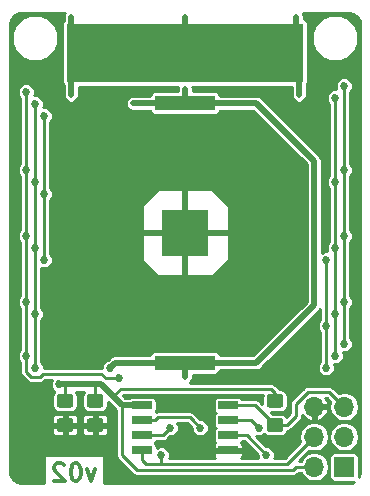
<source format=gbl>
G04 #@! TF.GenerationSoftware,KiCad,Pcbnew,(5.0.2)-1*
G04 #@! TF.CreationDate,2019-03-01T12:21:37-06:00*
G04 #@! TF.ProjectId,matrix_badge,6d617472-6978-45f6-9261-6467652e6b69,rev?*
G04 #@! TF.SameCoordinates,Original*
G04 #@! TF.FileFunction,Copper,L2,Bot*
G04 #@! TF.FilePolarity,Positive*
%FSLAX46Y46*%
G04 Gerber Fmt 4.6, Leading zero omitted, Abs format (unit mm)*
G04 Created by KiCad (PCBNEW (5.0.2)-1) date 3/1/2019 12:21:37 PM*
%MOMM*%
%LPD*%
G01*
G04 APERTURE LIST*
G04 #@! TA.AperFunction,NonConductor*
%ADD10C,0.300000*%
G04 #@! TD*
G04 #@! TA.AperFunction,ComponentPad*
%ADD11R,1.700000X1.700000*%
G04 #@! TD*
G04 #@! TA.AperFunction,ComponentPad*
%ADD12O,1.700000X1.700000*%
G04 #@! TD*
G04 #@! TA.AperFunction,SMDPad,CuDef*
%ADD13R,3.960000X3.960000*%
G04 #@! TD*
G04 #@! TA.AperFunction,SMDPad,CuDef*
%ADD14R,5.080000X1.270000*%
G04 #@! TD*
G04 #@! TA.AperFunction,Conductor*
%ADD15C,0.100000*%
G04 #@! TD*
G04 #@! TA.AperFunction,SMDPad,CuDef*
%ADD16C,1.150000*%
G04 #@! TD*
G04 #@! TA.AperFunction,SMDPad,CuDef*
%ADD17R,1.700000X0.650000*%
G04 #@! TD*
G04 #@! TA.AperFunction,SMDPad,CuDef*
%ADD18R,20.000000X5.000000*%
G04 #@! TD*
G04 #@! TA.AperFunction,ViaPad*
%ADD19C,0.685800*%
G04 #@! TD*
G04 #@! TA.AperFunction,Conductor*
%ADD20C,0.508000*%
G04 #@! TD*
G04 #@! TA.AperFunction,Conductor*
%ADD21C,0.254000*%
G04 #@! TD*
G04 APERTURE END LIST*
D10*
X134627714Y-115248571D02*
X134270571Y-116248571D01*
X133913428Y-115248571D01*
X133056285Y-114748571D02*
X132913428Y-114748571D01*
X132770571Y-114820000D01*
X132699142Y-114891428D01*
X132627714Y-115034285D01*
X132556285Y-115320000D01*
X132556285Y-115677142D01*
X132627714Y-115962857D01*
X132699142Y-116105714D01*
X132770571Y-116177142D01*
X132913428Y-116248571D01*
X133056285Y-116248571D01*
X133199142Y-116177142D01*
X133270571Y-116105714D01*
X133342000Y-115962857D01*
X133413428Y-115677142D01*
X133413428Y-115320000D01*
X133342000Y-115034285D01*
X133270571Y-114891428D01*
X133199142Y-114820000D01*
X133056285Y-114748571D01*
X131984857Y-114891428D02*
X131913428Y-114820000D01*
X131770571Y-114748571D01*
X131413428Y-114748571D01*
X131270571Y-114820000D01*
X131199142Y-114891428D01*
X131127714Y-115034285D01*
X131127714Y-115177142D01*
X131199142Y-115391428D01*
X132056285Y-116248571D01*
X131127714Y-116248571D01*
D11*
G04 #@! TO.P,J1,1*
G04 #@! TO.N,MISO*
X155702000Y-115062000D03*
D12*
G04 #@! TO.P,J1,2*
G04 #@! TO.N,VDD*
X153162000Y-115062000D03*
G04 #@! TO.P,J1,3*
G04 #@! TO.N,SCK*
X155702000Y-112522000D03*
G04 #@! TO.P,J1,4*
G04 #@! TO.N,MOSI*
X153162000Y-112522000D03*
G04 #@! TO.P,J1,5*
G04 #@! TO.N,~RST*
X155702000Y-109982000D03*
G04 #@! TO.P,J1,6*
G04 #@! TO.N,GND*
X153162000Y-109982000D03*
G04 #@! TD*
D13*
G04 #@! TO.P,BT1,2*
G04 #@! TO.N,GND*
X142240000Y-95250000D03*
D14*
G04 #@! TO.P,BT1,1*
G04 #@! TO.N,Net-(BT1-Pad1)*
X142240000Y-84265000D03*
X142240000Y-106235000D03*
G04 #@! TD*
D15*
G04 #@! TO.N,GND*
G04 #@! TO.C,C1*
G36*
X132554505Y-110941204D02*
X132578773Y-110944804D01*
X132602572Y-110950765D01*
X132625671Y-110959030D01*
X132647850Y-110969520D01*
X132668893Y-110982132D01*
X132688599Y-110996747D01*
X132706777Y-111013223D01*
X132723253Y-111031401D01*
X132737868Y-111051107D01*
X132750480Y-111072150D01*
X132760970Y-111094329D01*
X132769235Y-111117428D01*
X132775196Y-111141227D01*
X132778796Y-111165495D01*
X132780000Y-111189999D01*
X132780000Y-111840001D01*
X132778796Y-111864505D01*
X132775196Y-111888773D01*
X132769235Y-111912572D01*
X132760970Y-111935671D01*
X132750480Y-111957850D01*
X132737868Y-111978893D01*
X132723253Y-111998599D01*
X132706777Y-112016777D01*
X132688599Y-112033253D01*
X132668893Y-112047868D01*
X132647850Y-112060480D01*
X132625671Y-112070970D01*
X132602572Y-112079235D01*
X132578773Y-112085196D01*
X132554505Y-112088796D01*
X132530001Y-112090000D01*
X131629999Y-112090000D01*
X131605495Y-112088796D01*
X131581227Y-112085196D01*
X131557428Y-112079235D01*
X131534329Y-112070970D01*
X131512150Y-112060480D01*
X131491107Y-112047868D01*
X131471401Y-112033253D01*
X131453223Y-112016777D01*
X131436747Y-111998599D01*
X131422132Y-111978893D01*
X131409520Y-111957850D01*
X131399030Y-111935671D01*
X131390765Y-111912572D01*
X131384804Y-111888773D01*
X131381204Y-111864505D01*
X131380000Y-111840001D01*
X131380000Y-111189999D01*
X131381204Y-111165495D01*
X131384804Y-111141227D01*
X131390765Y-111117428D01*
X131399030Y-111094329D01*
X131409520Y-111072150D01*
X131422132Y-111051107D01*
X131436747Y-111031401D01*
X131453223Y-111013223D01*
X131471401Y-110996747D01*
X131491107Y-110982132D01*
X131512150Y-110969520D01*
X131534329Y-110959030D01*
X131557428Y-110950765D01*
X131581227Y-110944804D01*
X131605495Y-110941204D01*
X131629999Y-110940000D01*
X132530001Y-110940000D01*
X132554505Y-110941204D01*
X132554505Y-110941204D01*
G37*
D16*
G04 #@! TD*
G04 #@! TO.P,C1,2*
G04 #@! TO.N,GND*
X132080000Y-111515000D03*
D15*
G04 #@! TO.N,VDD*
G04 #@! TO.C,C1*
G36*
X132554505Y-108891204D02*
X132578773Y-108894804D01*
X132602572Y-108900765D01*
X132625671Y-108909030D01*
X132647850Y-108919520D01*
X132668893Y-108932132D01*
X132688599Y-108946747D01*
X132706777Y-108963223D01*
X132723253Y-108981401D01*
X132737868Y-109001107D01*
X132750480Y-109022150D01*
X132760970Y-109044329D01*
X132769235Y-109067428D01*
X132775196Y-109091227D01*
X132778796Y-109115495D01*
X132780000Y-109139999D01*
X132780000Y-109790001D01*
X132778796Y-109814505D01*
X132775196Y-109838773D01*
X132769235Y-109862572D01*
X132760970Y-109885671D01*
X132750480Y-109907850D01*
X132737868Y-109928893D01*
X132723253Y-109948599D01*
X132706777Y-109966777D01*
X132688599Y-109983253D01*
X132668893Y-109997868D01*
X132647850Y-110010480D01*
X132625671Y-110020970D01*
X132602572Y-110029235D01*
X132578773Y-110035196D01*
X132554505Y-110038796D01*
X132530001Y-110040000D01*
X131629999Y-110040000D01*
X131605495Y-110038796D01*
X131581227Y-110035196D01*
X131557428Y-110029235D01*
X131534329Y-110020970D01*
X131512150Y-110010480D01*
X131491107Y-109997868D01*
X131471401Y-109983253D01*
X131453223Y-109966777D01*
X131436747Y-109948599D01*
X131422132Y-109928893D01*
X131409520Y-109907850D01*
X131399030Y-109885671D01*
X131390765Y-109862572D01*
X131384804Y-109838773D01*
X131381204Y-109814505D01*
X131380000Y-109790001D01*
X131380000Y-109139999D01*
X131381204Y-109115495D01*
X131384804Y-109091227D01*
X131390765Y-109067428D01*
X131399030Y-109044329D01*
X131409520Y-109022150D01*
X131422132Y-109001107D01*
X131436747Y-108981401D01*
X131453223Y-108963223D01*
X131471401Y-108946747D01*
X131491107Y-108932132D01*
X131512150Y-108919520D01*
X131534329Y-108909030D01*
X131557428Y-108900765D01*
X131581227Y-108894804D01*
X131605495Y-108891204D01*
X131629999Y-108890000D01*
X132530001Y-108890000D01*
X132554505Y-108891204D01*
X132554505Y-108891204D01*
G37*
D16*
G04 #@! TD*
G04 #@! TO.P,C1,1*
G04 #@! TO.N,VDD*
X132080000Y-109465000D03*
D15*
G04 #@! TO.N,GND*
G04 #@! TO.C,C2*
G36*
X135094505Y-110941204D02*
X135118773Y-110944804D01*
X135142572Y-110950765D01*
X135165671Y-110959030D01*
X135187850Y-110969520D01*
X135208893Y-110982132D01*
X135228599Y-110996747D01*
X135246777Y-111013223D01*
X135263253Y-111031401D01*
X135277868Y-111051107D01*
X135290480Y-111072150D01*
X135300970Y-111094329D01*
X135309235Y-111117428D01*
X135315196Y-111141227D01*
X135318796Y-111165495D01*
X135320000Y-111189999D01*
X135320000Y-111840001D01*
X135318796Y-111864505D01*
X135315196Y-111888773D01*
X135309235Y-111912572D01*
X135300970Y-111935671D01*
X135290480Y-111957850D01*
X135277868Y-111978893D01*
X135263253Y-111998599D01*
X135246777Y-112016777D01*
X135228599Y-112033253D01*
X135208893Y-112047868D01*
X135187850Y-112060480D01*
X135165671Y-112070970D01*
X135142572Y-112079235D01*
X135118773Y-112085196D01*
X135094505Y-112088796D01*
X135070001Y-112090000D01*
X134169999Y-112090000D01*
X134145495Y-112088796D01*
X134121227Y-112085196D01*
X134097428Y-112079235D01*
X134074329Y-112070970D01*
X134052150Y-112060480D01*
X134031107Y-112047868D01*
X134011401Y-112033253D01*
X133993223Y-112016777D01*
X133976747Y-111998599D01*
X133962132Y-111978893D01*
X133949520Y-111957850D01*
X133939030Y-111935671D01*
X133930765Y-111912572D01*
X133924804Y-111888773D01*
X133921204Y-111864505D01*
X133920000Y-111840001D01*
X133920000Y-111189999D01*
X133921204Y-111165495D01*
X133924804Y-111141227D01*
X133930765Y-111117428D01*
X133939030Y-111094329D01*
X133949520Y-111072150D01*
X133962132Y-111051107D01*
X133976747Y-111031401D01*
X133993223Y-111013223D01*
X134011401Y-110996747D01*
X134031107Y-110982132D01*
X134052150Y-110969520D01*
X134074329Y-110959030D01*
X134097428Y-110950765D01*
X134121227Y-110944804D01*
X134145495Y-110941204D01*
X134169999Y-110940000D01*
X135070001Y-110940000D01*
X135094505Y-110941204D01*
X135094505Y-110941204D01*
G37*
D16*
G04 #@! TD*
G04 #@! TO.P,C2,2*
G04 #@! TO.N,GND*
X134620000Y-111515000D03*
D15*
G04 #@! TO.N,VDD*
G04 #@! TO.C,C2*
G36*
X135094505Y-108891204D02*
X135118773Y-108894804D01*
X135142572Y-108900765D01*
X135165671Y-108909030D01*
X135187850Y-108919520D01*
X135208893Y-108932132D01*
X135228599Y-108946747D01*
X135246777Y-108963223D01*
X135263253Y-108981401D01*
X135277868Y-109001107D01*
X135290480Y-109022150D01*
X135300970Y-109044329D01*
X135309235Y-109067428D01*
X135315196Y-109091227D01*
X135318796Y-109115495D01*
X135320000Y-109139999D01*
X135320000Y-109790001D01*
X135318796Y-109814505D01*
X135315196Y-109838773D01*
X135309235Y-109862572D01*
X135300970Y-109885671D01*
X135290480Y-109907850D01*
X135277868Y-109928893D01*
X135263253Y-109948599D01*
X135246777Y-109966777D01*
X135228599Y-109983253D01*
X135208893Y-109997868D01*
X135187850Y-110010480D01*
X135165671Y-110020970D01*
X135142572Y-110029235D01*
X135118773Y-110035196D01*
X135094505Y-110038796D01*
X135070001Y-110040000D01*
X134169999Y-110040000D01*
X134145495Y-110038796D01*
X134121227Y-110035196D01*
X134097428Y-110029235D01*
X134074329Y-110020970D01*
X134052150Y-110010480D01*
X134031107Y-109997868D01*
X134011401Y-109983253D01*
X133993223Y-109966777D01*
X133976747Y-109948599D01*
X133962132Y-109928893D01*
X133949520Y-109907850D01*
X133939030Y-109885671D01*
X133930765Y-109862572D01*
X133924804Y-109838773D01*
X133921204Y-109814505D01*
X133920000Y-109790001D01*
X133920000Y-109139999D01*
X133921204Y-109115495D01*
X133924804Y-109091227D01*
X133930765Y-109067428D01*
X133939030Y-109044329D01*
X133949520Y-109022150D01*
X133962132Y-109001107D01*
X133976747Y-108981401D01*
X133993223Y-108963223D01*
X134011401Y-108946747D01*
X134031107Y-108932132D01*
X134052150Y-108919520D01*
X134074329Y-108909030D01*
X134097428Y-108900765D01*
X134121227Y-108894804D01*
X134145495Y-108891204D01*
X134169999Y-108890000D01*
X135070001Y-108890000D01*
X135094505Y-108891204D01*
X135094505Y-108891204D01*
G37*
D16*
G04 #@! TD*
G04 #@! TO.P,C2,1*
G04 #@! TO.N,VDD*
X134620000Y-109465000D03*
D15*
G04 #@! TO.N,VDD*
G04 #@! TO.C,R1*
G36*
X150334505Y-108891204D02*
X150358773Y-108894804D01*
X150382572Y-108900765D01*
X150405671Y-108909030D01*
X150427850Y-108919520D01*
X150448893Y-108932132D01*
X150468599Y-108946747D01*
X150486777Y-108963223D01*
X150503253Y-108981401D01*
X150517868Y-109001107D01*
X150530480Y-109022150D01*
X150540970Y-109044329D01*
X150549235Y-109067428D01*
X150555196Y-109091227D01*
X150558796Y-109115495D01*
X150560000Y-109139999D01*
X150560000Y-109790001D01*
X150558796Y-109814505D01*
X150555196Y-109838773D01*
X150549235Y-109862572D01*
X150540970Y-109885671D01*
X150530480Y-109907850D01*
X150517868Y-109928893D01*
X150503253Y-109948599D01*
X150486777Y-109966777D01*
X150468599Y-109983253D01*
X150448893Y-109997868D01*
X150427850Y-110010480D01*
X150405671Y-110020970D01*
X150382572Y-110029235D01*
X150358773Y-110035196D01*
X150334505Y-110038796D01*
X150310001Y-110040000D01*
X149409999Y-110040000D01*
X149385495Y-110038796D01*
X149361227Y-110035196D01*
X149337428Y-110029235D01*
X149314329Y-110020970D01*
X149292150Y-110010480D01*
X149271107Y-109997868D01*
X149251401Y-109983253D01*
X149233223Y-109966777D01*
X149216747Y-109948599D01*
X149202132Y-109928893D01*
X149189520Y-109907850D01*
X149179030Y-109885671D01*
X149170765Y-109862572D01*
X149164804Y-109838773D01*
X149161204Y-109814505D01*
X149160000Y-109790001D01*
X149160000Y-109139999D01*
X149161204Y-109115495D01*
X149164804Y-109091227D01*
X149170765Y-109067428D01*
X149179030Y-109044329D01*
X149189520Y-109022150D01*
X149202132Y-109001107D01*
X149216747Y-108981401D01*
X149233223Y-108963223D01*
X149251401Y-108946747D01*
X149271107Y-108932132D01*
X149292150Y-108919520D01*
X149314329Y-108909030D01*
X149337428Y-108900765D01*
X149361227Y-108894804D01*
X149385495Y-108891204D01*
X149409999Y-108890000D01*
X150310001Y-108890000D01*
X150334505Y-108891204D01*
X150334505Y-108891204D01*
G37*
D16*
G04 #@! TD*
G04 #@! TO.P,R1,1*
G04 #@! TO.N,VDD*
X149860000Y-109465000D03*
D15*
G04 #@! TO.N,~RST*
G04 #@! TO.C,R1*
G36*
X150334505Y-110941204D02*
X150358773Y-110944804D01*
X150382572Y-110950765D01*
X150405671Y-110959030D01*
X150427850Y-110969520D01*
X150448893Y-110982132D01*
X150468599Y-110996747D01*
X150486777Y-111013223D01*
X150503253Y-111031401D01*
X150517868Y-111051107D01*
X150530480Y-111072150D01*
X150540970Y-111094329D01*
X150549235Y-111117428D01*
X150555196Y-111141227D01*
X150558796Y-111165495D01*
X150560000Y-111189999D01*
X150560000Y-111840001D01*
X150558796Y-111864505D01*
X150555196Y-111888773D01*
X150549235Y-111912572D01*
X150540970Y-111935671D01*
X150530480Y-111957850D01*
X150517868Y-111978893D01*
X150503253Y-111998599D01*
X150486777Y-112016777D01*
X150468599Y-112033253D01*
X150448893Y-112047868D01*
X150427850Y-112060480D01*
X150405671Y-112070970D01*
X150382572Y-112079235D01*
X150358773Y-112085196D01*
X150334505Y-112088796D01*
X150310001Y-112090000D01*
X149409999Y-112090000D01*
X149385495Y-112088796D01*
X149361227Y-112085196D01*
X149337428Y-112079235D01*
X149314329Y-112070970D01*
X149292150Y-112060480D01*
X149271107Y-112047868D01*
X149251401Y-112033253D01*
X149233223Y-112016777D01*
X149216747Y-111998599D01*
X149202132Y-111978893D01*
X149189520Y-111957850D01*
X149179030Y-111935671D01*
X149170765Y-111912572D01*
X149164804Y-111888773D01*
X149161204Y-111864505D01*
X149160000Y-111840001D01*
X149160000Y-111189999D01*
X149161204Y-111165495D01*
X149164804Y-111141227D01*
X149170765Y-111117428D01*
X149179030Y-111094329D01*
X149189520Y-111072150D01*
X149202132Y-111051107D01*
X149216747Y-111031401D01*
X149233223Y-111013223D01*
X149251401Y-110996747D01*
X149271107Y-110982132D01*
X149292150Y-110969520D01*
X149314329Y-110959030D01*
X149337428Y-110950765D01*
X149361227Y-110944804D01*
X149385495Y-110941204D01*
X149409999Y-110940000D01*
X150310001Y-110940000D01*
X150334505Y-110941204D01*
X150334505Y-110941204D01*
G37*
D16*
G04 #@! TD*
G04 #@! TO.P,R1,2*
G04 #@! TO.N,~RST*
X149860000Y-111515000D03*
D17*
G04 #@! TO.P,U1,1*
G04 #@! TO.N,~RST*
X145890000Y-109855000D03*
G04 #@! TO.P,U1,2*
G04 #@! TO.N,Net-(R5-Pad2)*
X145890000Y-111125000D03*
G04 #@! TO.P,U1,3*
G04 #@! TO.N,Net-(R6-Pad2)*
X145890000Y-112395000D03*
G04 #@! TO.P,U1,4*
G04 #@! TO.N,GND*
X145890000Y-113665000D03*
G04 #@! TO.P,U1,5*
G04 #@! TO.N,MOSI*
X138590000Y-113665000D03*
G04 #@! TO.P,U1,6*
G04 #@! TO.N,MISO*
X138590000Y-112395000D03*
G04 #@! TO.P,U1,7*
G04 #@! TO.N,SCK*
X138590000Y-111125000D03*
G04 #@! TO.P,U1,8*
G04 #@! TO.N,VDD*
X138590000Y-109855000D03*
G04 #@! TD*
D18*
G04 #@! TO.P,PIN,PIN*
G04 #@! TO.N,N/C*
X142240000Y-80010000D03*
G04 #@! TD*
D19*
G04 #@! TO.N,GND*
X132842000Y-86106000D03*
X151638000Y-86106000D03*
X141605000Y-114046000D03*
X143510000Y-109728000D03*
X140970000Y-109728000D03*
X129032000Y-108204000D03*
X154178000Y-91821000D03*
X130302000Y-104902000D03*
X153416000Y-103886000D03*
X129032000Y-115316000D03*
X136652000Y-115316000D03*
G04 #@! TO.N,P1*
X136652000Y-107569000D03*
G04 #@! TO.N,MOSI*
X140208000Y-114046000D03*
G04 #@! TO.N,MISO*
X140970000Y-111760000D03*
G04 #@! TO.N,SCK*
X143510000Y-111760000D03*
G04 #@! TO.N,Net-(R6-Pad2)*
X149098000Y-114046000D03*
G04 #@! TO.N,Net-(R5-Pad2)*
X148463000Y-111760000D03*
G04 #@! TO.N,VDD*
X131572000Y-108077000D03*
G04 #@! TO.N,P1*
X128778000Y-105664000D03*
X128778000Y-101092000D03*
X128778000Y-95504000D03*
X128778000Y-89916000D03*
X128778000Y-83312000D03*
G04 #@! TO.N,P2*
X129540000Y-106680000D03*
X129540000Y-84328000D03*
X129540000Y-96520000D03*
X129540000Y-102108000D03*
X129540000Y-90932000D03*
G04 #@! TO.N,P3*
X154178000Y-106680000D03*
X154178000Y-97536000D03*
X130302000Y-85344000D03*
X130302000Y-91948000D03*
X130302000Y-97536000D03*
X154178000Y-103124000D03*
G04 #@! TO.N,P4*
X154940000Y-83820000D03*
X154940000Y-90932000D03*
X154940000Y-96520000D03*
X154940000Y-102108000D03*
X154940000Y-105664000D03*
G04 #@! TO.N,P5*
X155702000Y-104648000D03*
X155702000Y-89916000D03*
X155702000Y-82804000D03*
X155702000Y-95504000D03*
X155702000Y-101092000D03*
G04 #@! TO.N,Net-(BT1-Pad1)*
X135890000Y-106680000D03*
G04 #@! TD*
D20*
G04 #@! TO.N,*
X142240000Y-76962000D02*
X142240000Y-80772000D01*
X149740000Y-80010000D02*
X151892000Y-82162000D01*
X142240000Y-80010000D02*
X149740000Y-80010000D01*
X151892000Y-82162000D02*
X151892000Y-83566000D01*
X133604000Y-80010000D02*
X142240000Y-80010000D01*
X132588000Y-83566000D02*
X132588000Y-80264000D01*
X132588000Y-81026000D02*
X133604000Y-80010000D01*
X132588000Y-79756000D02*
X132588000Y-76962000D01*
X142240000Y-80010000D02*
X132842000Y-80010000D01*
X132842000Y-80010000D02*
X132588000Y-79756000D01*
X151638000Y-79502000D02*
X151638000Y-76962000D01*
X142240000Y-80010000D02*
X151130000Y-80010000D01*
X151130000Y-80010000D02*
X151638000Y-79502000D01*
G04 #@! TO.N,GND*
X142240000Y-95250000D02*
X147320000Y-95250000D01*
X142240000Y-95250000D02*
X142240000Y-90170000D01*
X142240000Y-95250000D02*
X137160000Y-95250000D01*
X142240000Y-95250000D02*
X142240000Y-100330000D01*
D21*
X141986000Y-113665000D02*
X141605000Y-114046000D01*
X145890000Y-113665000D02*
X141986000Y-113665000D01*
D20*
G04 #@! TO.N,VDD*
X136906000Y-109855000D02*
X138590000Y-109855000D01*
D21*
X132080000Y-109465000D02*
X132080000Y-108077000D01*
D20*
X131572000Y-108077000D02*
X132080000Y-108077000D01*
D21*
X134620000Y-108790000D02*
X134620000Y-108077000D01*
X134620000Y-109465000D02*
X134620000Y-108790000D01*
D20*
X132080000Y-108077000D02*
X134620000Y-108077000D01*
X134620000Y-108077000D02*
X135128000Y-108077000D01*
D21*
X136906000Y-114046000D02*
X136906000Y-109855000D01*
X138176000Y-115316000D02*
X136906000Y-114046000D01*
X151384000Y-115316000D02*
X138176000Y-115316000D01*
X153162000Y-115062000D02*
X151638000Y-115062000D01*
X151638000Y-115062000D02*
X151384000Y-115316000D01*
X149860000Y-108790000D02*
X149528000Y-108458000D01*
X149860000Y-109465000D02*
X149860000Y-108790000D01*
X136779000Y-108458000D02*
X136144000Y-109093000D01*
X149528000Y-108458000D02*
X136779000Y-108458000D01*
D20*
X135128000Y-108077000D02*
X136144000Y-109093000D01*
X136144000Y-109093000D02*
X136906000Y-109855000D01*
D21*
G04 #@! TO.N,P1*
X128778000Y-101092000D02*
X128778000Y-104648000D01*
X128778000Y-95504000D02*
X128778000Y-101092000D01*
X128778000Y-89916000D02*
X128778000Y-95504000D01*
X128778000Y-104648000D02*
X128778000Y-105664000D01*
X128778000Y-83312000D02*
X128778000Y-89916000D01*
X136144000Y-107569000D02*
X136652000Y-107569000D01*
X135518039Y-107569000D02*
X136144000Y-107569000D01*
X128778000Y-106989374D02*
X129230626Y-107442000D01*
X129230626Y-107442000D02*
X129921000Y-107442000D01*
X129921000Y-107442000D02*
X130175000Y-107188000D01*
X130175000Y-107188000D02*
X135137039Y-107188000D01*
X128778000Y-105664000D02*
X128778000Y-106989374D01*
X135137039Y-107188000D02*
X135518039Y-107569000D01*
G04 #@! TO.N,P2*
X129540000Y-103632000D02*
X129540000Y-106680000D01*
X129540000Y-84328000D02*
X129540000Y-90932000D01*
X129540000Y-90932000D02*
X129540000Y-96520000D01*
X129540000Y-96520000D02*
X129540000Y-102108000D01*
X129540000Y-102108000D02*
X129540000Y-103632000D01*
X129540000Y-90932000D02*
X129540000Y-90932000D01*
G04 #@! TO.N,P3*
X154178000Y-103124000D02*
X154178000Y-103662815D01*
X154178000Y-103662815D02*
X154178000Y-106680000D01*
X154178000Y-97536000D02*
X154178000Y-103124000D01*
X130302000Y-85882815D02*
X130302000Y-91948000D01*
X130302000Y-85344000D02*
X130302000Y-85882815D01*
X130302000Y-91948000D02*
X130302000Y-92486815D01*
X130302000Y-92486815D02*
X130302000Y-97536000D01*
G04 #@! TO.N,P4*
X154940000Y-84328000D02*
X154940000Y-90932000D01*
X154940000Y-90932000D02*
X154940000Y-96520000D01*
X154940000Y-96520000D02*
X154940000Y-101346000D01*
X154940000Y-101346000D02*
X154940000Y-102108000D01*
X154940000Y-102108000D02*
X154940000Y-105664000D01*
X154940000Y-105664000D02*
X154940000Y-105664000D01*
X154940000Y-84328000D02*
X154940000Y-83820000D01*
G04 #@! TO.N,P5*
X155702000Y-104648000D02*
X155702000Y-101092000D01*
X155702000Y-89916000D02*
X155702000Y-83312000D01*
X155702000Y-95504000D02*
X155702000Y-89916000D01*
X155702000Y-101092000D02*
X155702000Y-95504000D01*
X155702000Y-83312000D02*
X155702000Y-82804000D01*
G04 #@! TO.N,MISO*
X154983882Y-115062000D02*
X155702000Y-115062000D01*
X140335000Y-112395000D02*
X140970000Y-111760000D01*
X138590000Y-112395000D02*
X140335000Y-112395000D01*
G04 #@! TO.N,SCK*
X142875000Y-111125000D02*
X143510000Y-111760000D01*
X139694000Y-111125000D02*
X139948000Y-110871000D01*
X138590000Y-111125000D02*
X139694000Y-111125000D01*
X142621000Y-110871000D02*
X142875000Y-111125000D01*
X139948000Y-110871000D02*
X142621000Y-110871000D01*
G04 #@! TO.N,MOSI*
X150876000Y-114808000D02*
X153162000Y-112522000D01*
X138590000Y-113665000D02*
X138590000Y-114460000D01*
X138590000Y-114460000D02*
X138938000Y-114808000D01*
X140208000Y-114046000D02*
X140208000Y-114808000D01*
X138938000Y-114808000D02*
X140208000Y-114808000D01*
X140208000Y-114808000D02*
X150876000Y-114808000D01*
G04 #@! TO.N,~RST*
X148200000Y-109855000D02*
X149860000Y-111515000D01*
X145890000Y-109855000D02*
X148200000Y-109855000D01*
X154432000Y-108712000D02*
X155702000Y-109982000D01*
X152663000Y-108712000D02*
X154432000Y-108712000D01*
X151638000Y-109737000D02*
X152663000Y-108712000D01*
X151638000Y-110744000D02*
X151638000Y-109737000D01*
X149860000Y-111515000D02*
X150867000Y-111515000D01*
X150867000Y-111515000D02*
X151638000Y-110744000D01*
G04 #@! TO.N,Net-(R5-Pad2)*
X147828000Y-111125000D02*
X148463000Y-111760000D01*
X145890000Y-111125000D02*
X147828000Y-111125000D01*
G04 #@! TO.N,Net-(R6-Pad2)*
X147447000Y-112395000D02*
X149098000Y-114046000D01*
X145890000Y-112395000D02*
X147447000Y-112395000D01*
D20*
G04 #@! TO.N,Net-(BT1-Pad1)*
X142240000Y-84265000D02*
X137859000Y-84265000D01*
X142240000Y-84265000D02*
X142240000Y-83058000D01*
X142240000Y-106235000D02*
X142240000Y-107442000D01*
X148273000Y-84265000D02*
X142240000Y-84265000D01*
X153162000Y-89154000D02*
X148273000Y-84265000D01*
X153162000Y-101346000D02*
X153162000Y-89154000D01*
X142240000Y-106235000D02*
X148273000Y-106235000D01*
X148273000Y-106235000D02*
X153162000Y-101346000D01*
X136335000Y-106235000D02*
X135890000Y-106680000D01*
X142240000Y-106235000D02*
X136335000Y-106235000D01*
G04 #@! TD*
D21*
G04 #@! TO.N,GND*
G36*
X131989844Y-76714235D02*
X131953001Y-76899459D01*
X131953001Y-77253742D01*
X131881106Y-77361341D01*
X131851536Y-77510000D01*
X131851536Y-82510000D01*
X131881106Y-82658659D01*
X131953000Y-82766257D01*
X131953000Y-83628540D01*
X131989843Y-83813764D01*
X132130191Y-84023809D01*
X132340235Y-84164157D01*
X132588000Y-84213440D01*
X132835764Y-84164157D01*
X133045809Y-84023809D01*
X133186157Y-83813765D01*
X133223000Y-83628541D01*
X133223000Y-82898464D01*
X141624294Y-82898464D01*
X141605001Y-82995459D01*
X141605001Y-83241536D01*
X139700000Y-83241536D01*
X139551341Y-83271106D01*
X139425314Y-83355314D01*
X139341106Y-83481341D01*
X139311536Y-83630000D01*
X137796459Y-83630000D01*
X137611235Y-83666843D01*
X137401191Y-83807191D01*
X137260843Y-84017235D01*
X137211560Y-84265000D01*
X137260843Y-84512765D01*
X137401191Y-84722809D01*
X137611235Y-84863157D01*
X137796459Y-84900000D01*
X139311536Y-84900000D01*
X139341106Y-85048659D01*
X139425314Y-85174686D01*
X139551341Y-85258894D01*
X139700000Y-85288464D01*
X144780000Y-85288464D01*
X144928659Y-85258894D01*
X145054686Y-85174686D01*
X145138894Y-85048659D01*
X145168464Y-84900000D01*
X148009976Y-84900000D01*
X152527001Y-89417026D01*
X152527000Y-101082975D01*
X148009976Y-105600000D01*
X145168464Y-105600000D01*
X145138894Y-105451341D01*
X145054686Y-105325314D01*
X144928659Y-105241106D01*
X144780000Y-105211536D01*
X139700000Y-105211536D01*
X139551341Y-105241106D01*
X139425314Y-105325314D01*
X139341106Y-105451341D01*
X139311536Y-105600000D01*
X136397536Y-105600000D01*
X136334999Y-105587561D01*
X136272462Y-105600000D01*
X136272459Y-105600000D01*
X136087235Y-105636843D01*
X135877191Y-105777191D01*
X135841764Y-105830211D01*
X135694569Y-105977406D01*
X135479944Y-106066307D01*
X135276307Y-106269944D01*
X135166100Y-106536007D01*
X135166100Y-106675830D01*
X135137039Y-106670049D01*
X135087011Y-106680000D01*
X130263900Y-106680000D01*
X130263900Y-106536007D01*
X130153693Y-106269944D01*
X130048000Y-106164251D01*
X130048000Y-102623749D01*
X130153693Y-102518056D01*
X130263900Y-102251993D01*
X130263900Y-101964007D01*
X130153693Y-101697944D01*
X130048000Y-101592251D01*
X130048000Y-98214334D01*
X130158007Y-98259900D01*
X130445993Y-98259900D01*
X130712056Y-98149693D01*
X130915693Y-97946056D01*
X131025900Y-97679993D01*
X131025900Y-97392007D01*
X130915693Y-97125944D01*
X130810000Y-97020251D01*
X130810000Y-92964000D01*
X138557000Y-92964000D01*
X138557000Y-97536000D01*
X138566667Y-97584601D01*
X138594197Y-97625803D01*
X139864197Y-98895803D01*
X139905399Y-98923333D01*
X139954000Y-98933000D01*
X144526000Y-98933000D01*
X144574601Y-98923333D01*
X144615803Y-98895803D01*
X145885803Y-97625803D01*
X145913333Y-97584601D01*
X145923000Y-97536000D01*
X145923000Y-92964000D01*
X145913333Y-92915399D01*
X145885803Y-92874197D01*
X144615803Y-91604197D01*
X144574601Y-91576667D01*
X144526000Y-91567000D01*
X139954000Y-91567000D01*
X139905399Y-91576667D01*
X139864197Y-91604197D01*
X138594197Y-92874197D01*
X138566667Y-92915399D01*
X138557000Y-92964000D01*
X130810000Y-92964000D01*
X130810000Y-92463749D01*
X130915693Y-92358056D01*
X131025900Y-92091993D01*
X131025900Y-91804007D01*
X130915693Y-91537944D01*
X130810000Y-91432251D01*
X130810000Y-85859749D01*
X130915693Y-85754056D01*
X131025900Y-85487993D01*
X131025900Y-85200007D01*
X130915693Y-84933944D01*
X130712056Y-84730307D01*
X130445993Y-84620100D01*
X130202552Y-84620100D01*
X130263900Y-84471993D01*
X130263900Y-84184007D01*
X130153693Y-83917944D01*
X129950056Y-83714307D01*
X129683993Y-83604100D01*
X129440552Y-83604100D01*
X129501900Y-83455993D01*
X129501900Y-83168007D01*
X129391693Y-82901944D01*
X129188056Y-82698307D01*
X128921993Y-82588100D01*
X128634007Y-82588100D01*
X128367944Y-82698307D01*
X128164307Y-82901944D01*
X128054100Y-83168007D01*
X128054100Y-83455993D01*
X128164307Y-83722056D01*
X128270000Y-83827749D01*
X128270001Y-89400250D01*
X128164307Y-89505944D01*
X128054100Y-89772007D01*
X128054100Y-90059993D01*
X128164307Y-90326056D01*
X128270000Y-90431749D01*
X128270001Y-94988250D01*
X128164307Y-95093944D01*
X128054100Y-95360007D01*
X128054100Y-95647993D01*
X128164307Y-95914056D01*
X128270000Y-96019749D01*
X128270001Y-100576250D01*
X128164307Y-100681944D01*
X128054100Y-100948007D01*
X128054100Y-101235993D01*
X128164307Y-101502056D01*
X128270000Y-101607749D01*
X128270001Y-104597964D01*
X128270000Y-104597969D01*
X128270000Y-105148251D01*
X128164307Y-105253944D01*
X128054100Y-105520007D01*
X128054100Y-105807993D01*
X128164307Y-106074056D01*
X128270000Y-106179749D01*
X128270001Y-106939341D01*
X128260049Y-106989374D01*
X128299475Y-107187585D01*
X128383412Y-107313206D01*
X128383415Y-107313209D01*
X128411754Y-107355621D01*
X128454165Y-107383960D01*
X128836040Y-107765835D01*
X128864379Y-107808247D01*
X128906791Y-107836586D01*
X128906793Y-107836588D01*
X129001410Y-107899809D01*
X129032414Y-107920525D01*
X129180594Y-107950000D01*
X129180598Y-107950000D01*
X129230626Y-107959951D01*
X129280654Y-107950000D01*
X129870972Y-107950000D01*
X129921000Y-107959951D01*
X129971028Y-107950000D01*
X129971032Y-107950000D01*
X130119212Y-107920525D01*
X130287247Y-107808247D01*
X130315588Y-107765832D01*
X130385420Y-107696000D01*
X130946272Y-107696000D01*
X130848100Y-107933007D01*
X130848100Y-108220993D01*
X130958307Y-108487056D01*
X131161944Y-108690693D01*
X131173812Y-108695609D01*
X131040136Y-108895670D01*
X130991536Y-109139999D01*
X130991536Y-109790001D01*
X131040136Y-110034330D01*
X131178537Y-110241463D01*
X131385670Y-110379864D01*
X131629999Y-110428464D01*
X132530001Y-110428464D01*
X132774330Y-110379864D01*
X132981463Y-110241463D01*
X133119864Y-110034330D01*
X133168464Y-109790001D01*
X133168464Y-109139999D01*
X133119864Y-108895670D01*
X132997140Y-108712000D01*
X133702860Y-108712000D01*
X133580136Y-108895670D01*
X133531536Y-109139999D01*
X133531536Y-109790001D01*
X133580136Y-110034330D01*
X133718537Y-110241463D01*
X133925670Y-110379864D01*
X134169999Y-110428464D01*
X135070001Y-110428464D01*
X135314330Y-110379864D01*
X135521463Y-110241463D01*
X135659864Y-110034330D01*
X135708464Y-109790001D01*
X135708464Y-109555489D01*
X135739212Y-109586237D01*
X136398001Y-110245027D01*
X136398000Y-113995972D01*
X136388049Y-114046000D01*
X136398000Y-114096028D01*
X136398000Y-114096031D01*
X136419838Y-114205819D01*
X136427475Y-114244211D01*
X136484447Y-114329475D01*
X136539753Y-114412247D01*
X136582168Y-114440588D01*
X137781414Y-115639835D01*
X137809753Y-115682247D01*
X137852165Y-115710586D01*
X137852167Y-115710588D01*
X137959215Y-115782115D01*
X137977788Y-115794525D01*
X138125968Y-115824000D01*
X138125971Y-115824000D01*
X138175999Y-115833951D01*
X138226027Y-115824000D01*
X151333972Y-115824000D01*
X151384000Y-115833951D01*
X151434028Y-115824000D01*
X151434032Y-115824000D01*
X151582212Y-115794525D01*
X151750247Y-115682247D01*
X151778588Y-115639832D01*
X151848420Y-115570000D01*
X152020925Y-115570000D01*
X152274499Y-115949501D01*
X152681688Y-116221576D01*
X153040761Y-116293000D01*
X153283239Y-116293000D01*
X153642312Y-116221576D01*
X154049501Y-115949501D01*
X154321576Y-115542312D01*
X154417116Y-115062000D01*
X154321576Y-114581688D01*
X154049501Y-114174499D01*
X153642312Y-113902424D01*
X153283239Y-113831000D01*
X153040761Y-113831000D01*
X152681688Y-113902424D01*
X152274499Y-114174499D01*
X152020925Y-114554000D01*
X151848420Y-114554000D01*
X152714348Y-113688073D01*
X153040761Y-113753000D01*
X153283239Y-113753000D01*
X153642312Y-113681576D01*
X154049501Y-113409501D01*
X154321576Y-113002312D01*
X154417116Y-112522000D01*
X154446884Y-112522000D01*
X154542424Y-113002312D01*
X154814499Y-113409501D01*
X155221688Y-113681576D01*
X155580761Y-113753000D01*
X155823239Y-113753000D01*
X156182312Y-113681576D01*
X156589501Y-113409501D01*
X156861576Y-113002312D01*
X156957116Y-112522000D01*
X156861576Y-112041688D01*
X156589501Y-111634499D01*
X156182312Y-111362424D01*
X155823239Y-111291000D01*
X155580761Y-111291000D01*
X155221688Y-111362424D01*
X154814499Y-111634499D01*
X154542424Y-112041688D01*
X154446884Y-112522000D01*
X154417116Y-112522000D01*
X154321576Y-112041688D01*
X154049501Y-111634499D01*
X153642312Y-111362424D01*
X153283239Y-111291000D01*
X153040761Y-111291000D01*
X152681688Y-111362424D01*
X152274499Y-111634499D01*
X152002424Y-112041688D01*
X151906884Y-112522000D01*
X151995927Y-112969652D01*
X150665580Y-114300000D01*
X149776334Y-114300000D01*
X149821900Y-114189993D01*
X149821900Y-113902007D01*
X149711693Y-113635944D01*
X149508056Y-113432307D01*
X149241993Y-113322100D01*
X149092520Y-113322100D01*
X148208579Y-112438159D01*
X148319007Y-112483900D01*
X148606993Y-112483900D01*
X148873056Y-112373693D01*
X148957235Y-112289514D01*
X148958537Y-112291463D01*
X149165670Y-112429864D01*
X149409999Y-112478464D01*
X150310001Y-112478464D01*
X150554330Y-112429864D01*
X150761463Y-112291463D01*
X150899864Y-112084330D01*
X150911859Y-112024028D01*
X150917028Y-112023000D01*
X150917032Y-112023000D01*
X151065212Y-111993525D01*
X151233247Y-111881247D01*
X151261588Y-111838832D01*
X151961835Y-111138585D01*
X152004247Y-111110247D01*
X152032586Y-111067835D01*
X152032588Y-111067833D01*
X152076098Y-111002714D01*
X152116525Y-110942212D01*
X152146000Y-110794032D01*
X152146000Y-110794028D01*
X152155951Y-110744000D01*
X152146000Y-110693972D01*
X152146000Y-110654962D01*
X152413944Y-110959652D01*
X152845018Y-111171501D01*
X153035000Y-111111193D01*
X153035000Y-110109000D01*
X153289000Y-110109000D01*
X153289000Y-111111193D01*
X153478982Y-111171501D01*
X153910056Y-110959652D01*
X154227245Y-110598964D01*
X154351489Y-110298980D01*
X154290627Y-110109000D01*
X153289000Y-110109000D01*
X153035000Y-110109000D01*
X153015000Y-110109000D01*
X153015000Y-109855000D01*
X153035000Y-109855000D01*
X153035000Y-109835000D01*
X153289000Y-109835000D01*
X153289000Y-109855000D01*
X154290627Y-109855000D01*
X154351489Y-109665020D01*
X154227245Y-109365036D01*
X154099700Y-109220000D01*
X154221580Y-109220000D01*
X154535928Y-109534348D01*
X154446884Y-109982000D01*
X154542424Y-110462312D01*
X154814499Y-110869501D01*
X155221688Y-111141576D01*
X155580761Y-111213000D01*
X155823239Y-111213000D01*
X156182312Y-111141576D01*
X156589501Y-110869501D01*
X156861576Y-110462312D01*
X156957116Y-109982000D01*
X156861576Y-109501688D01*
X156589501Y-109094499D01*
X156182312Y-108822424D01*
X155823239Y-108751000D01*
X155580761Y-108751000D01*
X155254348Y-108815928D01*
X154826588Y-108388168D01*
X154798247Y-108345753D01*
X154630212Y-108233475D01*
X154482032Y-108204000D01*
X154482028Y-108204000D01*
X154432000Y-108194049D01*
X154381972Y-108204000D01*
X152713028Y-108204000D01*
X152663000Y-108194049D01*
X152612972Y-108204000D01*
X152612968Y-108204000D01*
X152464788Y-108233475D01*
X152339167Y-108317412D01*
X152339165Y-108317414D01*
X152296753Y-108345753D01*
X152268414Y-108388165D01*
X151314166Y-109342414D01*
X151271754Y-109370753D01*
X151243415Y-109413165D01*
X151243412Y-109413168D01*
X151159475Y-109538789D01*
X151120049Y-109737000D01*
X151130001Y-109787032D01*
X151130000Y-110533579D01*
X150826984Y-110836596D01*
X150761463Y-110738537D01*
X150554330Y-110600136D01*
X150310001Y-110551536D01*
X149614956Y-110551536D01*
X149491884Y-110428464D01*
X150310001Y-110428464D01*
X150554330Y-110379864D01*
X150761463Y-110241463D01*
X150899864Y-110034330D01*
X150948464Y-109790001D01*
X150948464Y-109139999D01*
X150899864Y-108895670D01*
X150761463Y-108688537D01*
X150554330Y-108550136D01*
X150310001Y-108501536D01*
X150278221Y-108501536D01*
X150254588Y-108466167D01*
X150254586Y-108466165D01*
X150226247Y-108423753D01*
X150183835Y-108395414D01*
X149922587Y-108134167D01*
X149894247Y-108091753D01*
X149726212Y-107979475D01*
X149578032Y-107950000D01*
X149578028Y-107950000D01*
X149528000Y-107940049D01*
X149477972Y-107950000D01*
X142622693Y-107950000D01*
X142697809Y-107899809D01*
X142838157Y-107689765D01*
X142875000Y-107504541D01*
X142875000Y-107258464D01*
X144780000Y-107258464D01*
X144928659Y-107228894D01*
X145054686Y-107144686D01*
X145138894Y-107018659D01*
X145168464Y-106870000D01*
X148210463Y-106870000D01*
X148273000Y-106882439D01*
X148335537Y-106870000D01*
X148335541Y-106870000D01*
X148520765Y-106833157D01*
X148730809Y-106692809D01*
X148766238Y-106639786D01*
X153566789Y-101839236D01*
X153619809Y-101803809D01*
X153670001Y-101728692D01*
X153670001Y-102608250D01*
X153564307Y-102713944D01*
X153454100Y-102980007D01*
X153454100Y-103267993D01*
X153564307Y-103534056D01*
X153670000Y-103639749D01*
X153670001Y-106164250D01*
X153564307Y-106269944D01*
X153454100Y-106536007D01*
X153454100Y-106823993D01*
X153564307Y-107090056D01*
X153767944Y-107293693D01*
X154034007Y-107403900D01*
X154321993Y-107403900D01*
X154588056Y-107293693D01*
X154791693Y-107090056D01*
X154901900Y-106823993D01*
X154901900Y-106536007D01*
X154840552Y-106387900D01*
X155083993Y-106387900D01*
X155350056Y-106277693D01*
X155553693Y-106074056D01*
X155663900Y-105807993D01*
X155663900Y-105520007D01*
X155602552Y-105371900D01*
X155845993Y-105371900D01*
X156112056Y-105261693D01*
X156315693Y-105058056D01*
X156425900Y-104791993D01*
X156425900Y-104504007D01*
X156315693Y-104237944D01*
X156210000Y-104132251D01*
X156210000Y-101607749D01*
X156315693Y-101502056D01*
X156425900Y-101235993D01*
X156425900Y-100948007D01*
X156315693Y-100681944D01*
X156210000Y-100576251D01*
X156210000Y-96019749D01*
X156315693Y-95914056D01*
X156425900Y-95647993D01*
X156425900Y-95360007D01*
X156315693Y-95093944D01*
X156210000Y-94988251D01*
X156210000Y-90431749D01*
X156315693Y-90326056D01*
X156425900Y-90059993D01*
X156425900Y-89772007D01*
X156315693Y-89505944D01*
X156210000Y-89400251D01*
X156210000Y-83319749D01*
X156315693Y-83214056D01*
X156425900Y-82947993D01*
X156425900Y-82660007D01*
X156315693Y-82393944D01*
X156112056Y-82190307D01*
X155845993Y-82080100D01*
X155558007Y-82080100D01*
X155291944Y-82190307D01*
X155088307Y-82393944D01*
X154978100Y-82660007D01*
X154978100Y-82947993D01*
X155039448Y-83096100D01*
X154796007Y-83096100D01*
X154529944Y-83206307D01*
X154326307Y-83409944D01*
X154216100Y-83676007D01*
X154216100Y-83963993D01*
X154326307Y-84230056D01*
X154432000Y-84335749D01*
X154432001Y-90416250D01*
X154326307Y-90521944D01*
X154216100Y-90788007D01*
X154216100Y-91075993D01*
X154326307Y-91342056D01*
X154432000Y-91447749D01*
X154432001Y-96004250D01*
X154326307Y-96109944D01*
X154216100Y-96376007D01*
X154216100Y-96663993D01*
X154277448Y-96812100D01*
X154034007Y-96812100D01*
X153797000Y-96910272D01*
X153797000Y-89216536D01*
X153809439Y-89153999D01*
X153797000Y-89091462D01*
X153797000Y-89091459D01*
X153760157Y-88906235D01*
X153619809Y-88696191D01*
X153566789Y-88660764D01*
X148766238Y-83860214D01*
X148730809Y-83807191D01*
X148520765Y-83666843D01*
X148335541Y-83630000D01*
X148335537Y-83630000D01*
X148273000Y-83617561D01*
X148210463Y-83630000D01*
X145168464Y-83630000D01*
X145138894Y-83481341D01*
X145054686Y-83355314D01*
X144928659Y-83271106D01*
X144780000Y-83241536D01*
X142875000Y-83241536D01*
X142875000Y-82995459D01*
X142855707Y-82898464D01*
X151257001Y-82898464D01*
X151257001Y-83628541D01*
X151293844Y-83813765D01*
X151434192Y-84023809D01*
X151644236Y-84164157D01*
X151892000Y-84213440D01*
X152139765Y-84164157D01*
X152349809Y-84023809D01*
X152490157Y-83813765D01*
X152527000Y-83628541D01*
X152527000Y-82766257D01*
X152598894Y-82658659D01*
X152628464Y-82510000D01*
X152628464Y-78345955D01*
X152959000Y-78345955D01*
X152959000Y-79134045D01*
X153260589Y-79862146D01*
X153817854Y-80419411D01*
X154545955Y-80721000D01*
X155334045Y-80721000D01*
X156062146Y-80419411D01*
X156619411Y-79862146D01*
X156921000Y-79134045D01*
X156921000Y-78345955D01*
X156619411Y-77617854D01*
X156062146Y-77060589D01*
X155334045Y-76759000D01*
X154545955Y-76759000D01*
X153817854Y-77060589D01*
X153260589Y-77617854D01*
X152959000Y-78345955D01*
X152628464Y-78345955D01*
X152628464Y-77510000D01*
X152598894Y-77361341D01*
X152514686Y-77235314D01*
X152388659Y-77151106D01*
X152273000Y-77128100D01*
X152273000Y-76899459D01*
X152236157Y-76714235D01*
X152189561Y-76644500D01*
X156171112Y-76644500D01*
X156489991Y-76700727D01*
X156736213Y-76842884D01*
X156918966Y-77060680D01*
X157022997Y-77346503D01*
X157035500Y-77489412D01*
X157035501Y-115531107D01*
X156979273Y-115849991D01*
X156938883Y-115919950D01*
X156940464Y-115912000D01*
X156940464Y-114212000D01*
X156910894Y-114063341D01*
X156826686Y-113937314D01*
X156700659Y-113853106D01*
X156552000Y-113823536D01*
X154852000Y-113823536D01*
X154703341Y-113853106D01*
X154577314Y-113937314D01*
X154493106Y-114063341D01*
X154463536Y-114212000D01*
X154463536Y-115912000D01*
X154493106Y-116060659D01*
X154577314Y-116186686D01*
X154703341Y-116270894D01*
X154852000Y-116300464D01*
X156552000Y-116300464D01*
X156570204Y-116296843D01*
X156333498Y-116382997D01*
X156190588Y-116395500D01*
X135373000Y-116395500D01*
X135373000Y-114034000D01*
X130311000Y-114034000D01*
X130311000Y-116395500D01*
X128308888Y-116395500D01*
X127990009Y-116339273D01*
X127743787Y-116197116D01*
X127561034Y-115979320D01*
X127457003Y-115693498D01*
X127444500Y-115550588D01*
X127444500Y-111737250D01*
X130999000Y-111737250D01*
X130999000Y-112165786D01*
X131057004Y-112305820D01*
X131164181Y-112412996D01*
X131304215Y-112471000D01*
X131857750Y-112471000D01*
X131953000Y-112375750D01*
X131953000Y-111642000D01*
X132207000Y-111642000D01*
X132207000Y-112375750D01*
X132302250Y-112471000D01*
X132855785Y-112471000D01*
X132995819Y-112412996D01*
X133102996Y-112305820D01*
X133161000Y-112165786D01*
X133161000Y-111737250D01*
X133539000Y-111737250D01*
X133539000Y-112165786D01*
X133597004Y-112305820D01*
X133704181Y-112412996D01*
X133844215Y-112471000D01*
X134397750Y-112471000D01*
X134493000Y-112375750D01*
X134493000Y-111642000D01*
X134747000Y-111642000D01*
X134747000Y-112375750D01*
X134842250Y-112471000D01*
X135395785Y-112471000D01*
X135535819Y-112412996D01*
X135642996Y-112305820D01*
X135701000Y-112165786D01*
X135701000Y-111737250D01*
X135605750Y-111642000D01*
X134747000Y-111642000D01*
X134493000Y-111642000D01*
X133634250Y-111642000D01*
X133539000Y-111737250D01*
X133161000Y-111737250D01*
X133065750Y-111642000D01*
X132207000Y-111642000D01*
X131953000Y-111642000D01*
X131094250Y-111642000D01*
X130999000Y-111737250D01*
X127444500Y-111737250D01*
X127444500Y-110864214D01*
X130999000Y-110864214D01*
X130999000Y-111292750D01*
X131094250Y-111388000D01*
X131953000Y-111388000D01*
X131953000Y-110654250D01*
X132207000Y-110654250D01*
X132207000Y-111388000D01*
X133065750Y-111388000D01*
X133161000Y-111292750D01*
X133161000Y-110864214D01*
X133539000Y-110864214D01*
X133539000Y-111292750D01*
X133634250Y-111388000D01*
X134493000Y-111388000D01*
X134493000Y-110654250D01*
X134747000Y-110654250D01*
X134747000Y-111388000D01*
X135605750Y-111388000D01*
X135701000Y-111292750D01*
X135701000Y-110864214D01*
X135642996Y-110724180D01*
X135535819Y-110617004D01*
X135395785Y-110559000D01*
X134842250Y-110559000D01*
X134747000Y-110654250D01*
X134493000Y-110654250D01*
X134397750Y-110559000D01*
X133844215Y-110559000D01*
X133704181Y-110617004D01*
X133597004Y-110724180D01*
X133539000Y-110864214D01*
X133161000Y-110864214D01*
X133102996Y-110724180D01*
X132995819Y-110617004D01*
X132855785Y-110559000D01*
X132302250Y-110559000D01*
X132207000Y-110654250D01*
X131953000Y-110654250D01*
X131857750Y-110559000D01*
X131304215Y-110559000D01*
X131164181Y-110617004D01*
X131057004Y-110724180D01*
X130999000Y-110864214D01*
X127444500Y-110864214D01*
X127444500Y-78345955D01*
X127559000Y-78345955D01*
X127559000Y-79134045D01*
X127860589Y-79862146D01*
X128417854Y-80419411D01*
X129145955Y-80721000D01*
X129934045Y-80721000D01*
X130662146Y-80419411D01*
X131219411Y-79862146D01*
X131521000Y-79134045D01*
X131521000Y-78345955D01*
X131219411Y-77617854D01*
X130662146Y-77060589D01*
X129934045Y-76759000D01*
X129145955Y-76759000D01*
X128417854Y-77060589D01*
X127860589Y-77617854D01*
X127559000Y-78345955D01*
X127444500Y-78345955D01*
X127444500Y-77508888D01*
X127500727Y-77190009D01*
X127642884Y-76943787D01*
X127860680Y-76761034D01*
X128146503Y-76657003D01*
X128289412Y-76644500D01*
X132036440Y-76644500D01*
X131989844Y-76714235D01*
X131989844Y-76714235D01*
G37*
X131989844Y-76714235D02*
X131953001Y-76899459D01*
X131953001Y-77253742D01*
X131881106Y-77361341D01*
X131851536Y-77510000D01*
X131851536Y-82510000D01*
X131881106Y-82658659D01*
X131953000Y-82766257D01*
X131953000Y-83628540D01*
X131989843Y-83813764D01*
X132130191Y-84023809D01*
X132340235Y-84164157D01*
X132588000Y-84213440D01*
X132835764Y-84164157D01*
X133045809Y-84023809D01*
X133186157Y-83813765D01*
X133223000Y-83628541D01*
X133223000Y-82898464D01*
X141624294Y-82898464D01*
X141605001Y-82995459D01*
X141605001Y-83241536D01*
X139700000Y-83241536D01*
X139551341Y-83271106D01*
X139425314Y-83355314D01*
X139341106Y-83481341D01*
X139311536Y-83630000D01*
X137796459Y-83630000D01*
X137611235Y-83666843D01*
X137401191Y-83807191D01*
X137260843Y-84017235D01*
X137211560Y-84265000D01*
X137260843Y-84512765D01*
X137401191Y-84722809D01*
X137611235Y-84863157D01*
X137796459Y-84900000D01*
X139311536Y-84900000D01*
X139341106Y-85048659D01*
X139425314Y-85174686D01*
X139551341Y-85258894D01*
X139700000Y-85288464D01*
X144780000Y-85288464D01*
X144928659Y-85258894D01*
X145054686Y-85174686D01*
X145138894Y-85048659D01*
X145168464Y-84900000D01*
X148009976Y-84900000D01*
X152527001Y-89417026D01*
X152527000Y-101082975D01*
X148009976Y-105600000D01*
X145168464Y-105600000D01*
X145138894Y-105451341D01*
X145054686Y-105325314D01*
X144928659Y-105241106D01*
X144780000Y-105211536D01*
X139700000Y-105211536D01*
X139551341Y-105241106D01*
X139425314Y-105325314D01*
X139341106Y-105451341D01*
X139311536Y-105600000D01*
X136397536Y-105600000D01*
X136334999Y-105587561D01*
X136272462Y-105600000D01*
X136272459Y-105600000D01*
X136087235Y-105636843D01*
X135877191Y-105777191D01*
X135841764Y-105830211D01*
X135694569Y-105977406D01*
X135479944Y-106066307D01*
X135276307Y-106269944D01*
X135166100Y-106536007D01*
X135166100Y-106675830D01*
X135137039Y-106670049D01*
X135087011Y-106680000D01*
X130263900Y-106680000D01*
X130263900Y-106536007D01*
X130153693Y-106269944D01*
X130048000Y-106164251D01*
X130048000Y-102623749D01*
X130153693Y-102518056D01*
X130263900Y-102251993D01*
X130263900Y-101964007D01*
X130153693Y-101697944D01*
X130048000Y-101592251D01*
X130048000Y-98214334D01*
X130158007Y-98259900D01*
X130445993Y-98259900D01*
X130712056Y-98149693D01*
X130915693Y-97946056D01*
X131025900Y-97679993D01*
X131025900Y-97392007D01*
X130915693Y-97125944D01*
X130810000Y-97020251D01*
X130810000Y-92964000D01*
X138557000Y-92964000D01*
X138557000Y-97536000D01*
X138566667Y-97584601D01*
X138594197Y-97625803D01*
X139864197Y-98895803D01*
X139905399Y-98923333D01*
X139954000Y-98933000D01*
X144526000Y-98933000D01*
X144574601Y-98923333D01*
X144615803Y-98895803D01*
X145885803Y-97625803D01*
X145913333Y-97584601D01*
X145923000Y-97536000D01*
X145923000Y-92964000D01*
X145913333Y-92915399D01*
X145885803Y-92874197D01*
X144615803Y-91604197D01*
X144574601Y-91576667D01*
X144526000Y-91567000D01*
X139954000Y-91567000D01*
X139905399Y-91576667D01*
X139864197Y-91604197D01*
X138594197Y-92874197D01*
X138566667Y-92915399D01*
X138557000Y-92964000D01*
X130810000Y-92964000D01*
X130810000Y-92463749D01*
X130915693Y-92358056D01*
X131025900Y-92091993D01*
X131025900Y-91804007D01*
X130915693Y-91537944D01*
X130810000Y-91432251D01*
X130810000Y-85859749D01*
X130915693Y-85754056D01*
X131025900Y-85487993D01*
X131025900Y-85200007D01*
X130915693Y-84933944D01*
X130712056Y-84730307D01*
X130445993Y-84620100D01*
X130202552Y-84620100D01*
X130263900Y-84471993D01*
X130263900Y-84184007D01*
X130153693Y-83917944D01*
X129950056Y-83714307D01*
X129683993Y-83604100D01*
X129440552Y-83604100D01*
X129501900Y-83455993D01*
X129501900Y-83168007D01*
X129391693Y-82901944D01*
X129188056Y-82698307D01*
X128921993Y-82588100D01*
X128634007Y-82588100D01*
X128367944Y-82698307D01*
X128164307Y-82901944D01*
X128054100Y-83168007D01*
X128054100Y-83455993D01*
X128164307Y-83722056D01*
X128270000Y-83827749D01*
X128270001Y-89400250D01*
X128164307Y-89505944D01*
X128054100Y-89772007D01*
X128054100Y-90059993D01*
X128164307Y-90326056D01*
X128270000Y-90431749D01*
X128270001Y-94988250D01*
X128164307Y-95093944D01*
X128054100Y-95360007D01*
X128054100Y-95647993D01*
X128164307Y-95914056D01*
X128270000Y-96019749D01*
X128270001Y-100576250D01*
X128164307Y-100681944D01*
X128054100Y-100948007D01*
X128054100Y-101235993D01*
X128164307Y-101502056D01*
X128270000Y-101607749D01*
X128270001Y-104597964D01*
X128270000Y-104597969D01*
X128270000Y-105148251D01*
X128164307Y-105253944D01*
X128054100Y-105520007D01*
X128054100Y-105807993D01*
X128164307Y-106074056D01*
X128270000Y-106179749D01*
X128270001Y-106939341D01*
X128260049Y-106989374D01*
X128299475Y-107187585D01*
X128383412Y-107313206D01*
X128383415Y-107313209D01*
X128411754Y-107355621D01*
X128454165Y-107383960D01*
X128836040Y-107765835D01*
X128864379Y-107808247D01*
X128906791Y-107836586D01*
X128906793Y-107836588D01*
X129001410Y-107899809D01*
X129032414Y-107920525D01*
X129180594Y-107950000D01*
X129180598Y-107950000D01*
X129230626Y-107959951D01*
X129280654Y-107950000D01*
X129870972Y-107950000D01*
X129921000Y-107959951D01*
X129971028Y-107950000D01*
X129971032Y-107950000D01*
X130119212Y-107920525D01*
X130287247Y-107808247D01*
X130315588Y-107765832D01*
X130385420Y-107696000D01*
X130946272Y-107696000D01*
X130848100Y-107933007D01*
X130848100Y-108220993D01*
X130958307Y-108487056D01*
X131161944Y-108690693D01*
X131173812Y-108695609D01*
X131040136Y-108895670D01*
X130991536Y-109139999D01*
X130991536Y-109790001D01*
X131040136Y-110034330D01*
X131178537Y-110241463D01*
X131385670Y-110379864D01*
X131629999Y-110428464D01*
X132530001Y-110428464D01*
X132774330Y-110379864D01*
X132981463Y-110241463D01*
X133119864Y-110034330D01*
X133168464Y-109790001D01*
X133168464Y-109139999D01*
X133119864Y-108895670D01*
X132997140Y-108712000D01*
X133702860Y-108712000D01*
X133580136Y-108895670D01*
X133531536Y-109139999D01*
X133531536Y-109790001D01*
X133580136Y-110034330D01*
X133718537Y-110241463D01*
X133925670Y-110379864D01*
X134169999Y-110428464D01*
X135070001Y-110428464D01*
X135314330Y-110379864D01*
X135521463Y-110241463D01*
X135659864Y-110034330D01*
X135708464Y-109790001D01*
X135708464Y-109555489D01*
X135739212Y-109586237D01*
X136398001Y-110245027D01*
X136398000Y-113995972D01*
X136388049Y-114046000D01*
X136398000Y-114096028D01*
X136398000Y-114096031D01*
X136419838Y-114205819D01*
X136427475Y-114244211D01*
X136484447Y-114329475D01*
X136539753Y-114412247D01*
X136582168Y-114440588D01*
X137781414Y-115639835D01*
X137809753Y-115682247D01*
X137852165Y-115710586D01*
X137852167Y-115710588D01*
X137959215Y-115782115D01*
X137977788Y-115794525D01*
X138125968Y-115824000D01*
X138125971Y-115824000D01*
X138175999Y-115833951D01*
X138226027Y-115824000D01*
X151333972Y-115824000D01*
X151384000Y-115833951D01*
X151434028Y-115824000D01*
X151434032Y-115824000D01*
X151582212Y-115794525D01*
X151750247Y-115682247D01*
X151778588Y-115639832D01*
X151848420Y-115570000D01*
X152020925Y-115570000D01*
X152274499Y-115949501D01*
X152681688Y-116221576D01*
X153040761Y-116293000D01*
X153283239Y-116293000D01*
X153642312Y-116221576D01*
X154049501Y-115949501D01*
X154321576Y-115542312D01*
X154417116Y-115062000D01*
X154321576Y-114581688D01*
X154049501Y-114174499D01*
X153642312Y-113902424D01*
X153283239Y-113831000D01*
X153040761Y-113831000D01*
X152681688Y-113902424D01*
X152274499Y-114174499D01*
X152020925Y-114554000D01*
X151848420Y-114554000D01*
X152714348Y-113688073D01*
X153040761Y-113753000D01*
X153283239Y-113753000D01*
X153642312Y-113681576D01*
X154049501Y-113409501D01*
X154321576Y-113002312D01*
X154417116Y-112522000D01*
X154446884Y-112522000D01*
X154542424Y-113002312D01*
X154814499Y-113409501D01*
X155221688Y-113681576D01*
X155580761Y-113753000D01*
X155823239Y-113753000D01*
X156182312Y-113681576D01*
X156589501Y-113409501D01*
X156861576Y-113002312D01*
X156957116Y-112522000D01*
X156861576Y-112041688D01*
X156589501Y-111634499D01*
X156182312Y-111362424D01*
X155823239Y-111291000D01*
X155580761Y-111291000D01*
X155221688Y-111362424D01*
X154814499Y-111634499D01*
X154542424Y-112041688D01*
X154446884Y-112522000D01*
X154417116Y-112522000D01*
X154321576Y-112041688D01*
X154049501Y-111634499D01*
X153642312Y-111362424D01*
X153283239Y-111291000D01*
X153040761Y-111291000D01*
X152681688Y-111362424D01*
X152274499Y-111634499D01*
X152002424Y-112041688D01*
X151906884Y-112522000D01*
X151995927Y-112969652D01*
X150665580Y-114300000D01*
X149776334Y-114300000D01*
X149821900Y-114189993D01*
X149821900Y-113902007D01*
X149711693Y-113635944D01*
X149508056Y-113432307D01*
X149241993Y-113322100D01*
X149092520Y-113322100D01*
X148208579Y-112438159D01*
X148319007Y-112483900D01*
X148606993Y-112483900D01*
X148873056Y-112373693D01*
X148957235Y-112289514D01*
X148958537Y-112291463D01*
X149165670Y-112429864D01*
X149409999Y-112478464D01*
X150310001Y-112478464D01*
X150554330Y-112429864D01*
X150761463Y-112291463D01*
X150899864Y-112084330D01*
X150911859Y-112024028D01*
X150917028Y-112023000D01*
X150917032Y-112023000D01*
X151065212Y-111993525D01*
X151233247Y-111881247D01*
X151261588Y-111838832D01*
X151961835Y-111138585D01*
X152004247Y-111110247D01*
X152032586Y-111067835D01*
X152032588Y-111067833D01*
X152076098Y-111002714D01*
X152116525Y-110942212D01*
X152146000Y-110794032D01*
X152146000Y-110794028D01*
X152155951Y-110744000D01*
X152146000Y-110693972D01*
X152146000Y-110654962D01*
X152413944Y-110959652D01*
X152845018Y-111171501D01*
X153035000Y-111111193D01*
X153035000Y-110109000D01*
X153289000Y-110109000D01*
X153289000Y-111111193D01*
X153478982Y-111171501D01*
X153910056Y-110959652D01*
X154227245Y-110598964D01*
X154351489Y-110298980D01*
X154290627Y-110109000D01*
X153289000Y-110109000D01*
X153035000Y-110109000D01*
X153015000Y-110109000D01*
X153015000Y-109855000D01*
X153035000Y-109855000D01*
X153035000Y-109835000D01*
X153289000Y-109835000D01*
X153289000Y-109855000D01*
X154290627Y-109855000D01*
X154351489Y-109665020D01*
X154227245Y-109365036D01*
X154099700Y-109220000D01*
X154221580Y-109220000D01*
X154535928Y-109534348D01*
X154446884Y-109982000D01*
X154542424Y-110462312D01*
X154814499Y-110869501D01*
X155221688Y-111141576D01*
X155580761Y-111213000D01*
X155823239Y-111213000D01*
X156182312Y-111141576D01*
X156589501Y-110869501D01*
X156861576Y-110462312D01*
X156957116Y-109982000D01*
X156861576Y-109501688D01*
X156589501Y-109094499D01*
X156182312Y-108822424D01*
X155823239Y-108751000D01*
X155580761Y-108751000D01*
X155254348Y-108815928D01*
X154826588Y-108388168D01*
X154798247Y-108345753D01*
X154630212Y-108233475D01*
X154482032Y-108204000D01*
X154482028Y-108204000D01*
X154432000Y-108194049D01*
X154381972Y-108204000D01*
X152713028Y-108204000D01*
X152663000Y-108194049D01*
X152612972Y-108204000D01*
X152612968Y-108204000D01*
X152464788Y-108233475D01*
X152339167Y-108317412D01*
X152339165Y-108317414D01*
X152296753Y-108345753D01*
X152268414Y-108388165D01*
X151314166Y-109342414D01*
X151271754Y-109370753D01*
X151243415Y-109413165D01*
X151243412Y-109413168D01*
X151159475Y-109538789D01*
X151120049Y-109737000D01*
X151130001Y-109787032D01*
X151130000Y-110533579D01*
X150826984Y-110836596D01*
X150761463Y-110738537D01*
X150554330Y-110600136D01*
X150310001Y-110551536D01*
X149614956Y-110551536D01*
X149491884Y-110428464D01*
X150310001Y-110428464D01*
X150554330Y-110379864D01*
X150761463Y-110241463D01*
X150899864Y-110034330D01*
X150948464Y-109790001D01*
X150948464Y-109139999D01*
X150899864Y-108895670D01*
X150761463Y-108688537D01*
X150554330Y-108550136D01*
X150310001Y-108501536D01*
X150278221Y-108501536D01*
X150254588Y-108466167D01*
X150254586Y-108466165D01*
X150226247Y-108423753D01*
X150183835Y-108395414D01*
X149922587Y-108134167D01*
X149894247Y-108091753D01*
X149726212Y-107979475D01*
X149578032Y-107950000D01*
X149578028Y-107950000D01*
X149528000Y-107940049D01*
X149477972Y-107950000D01*
X142622693Y-107950000D01*
X142697809Y-107899809D01*
X142838157Y-107689765D01*
X142875000Y-107504541D01*
X142875000Y-107258464D01*
X144780000Y-107258464D01*
X144928659Y-107228894D01*
X145054686Y-107144686D01*
X145138894Y-107018659D01*
X145168464Y-106870000D01*
X148210463Y-106870000D01*
X148273000Y-106882439D01*
X148335537Y-106870000D01*
X148335541Y-106870000D01*
X148520765Y-106833157D01*
X148730809Y-106692809D01*
X148766238Y-106639786D01*
X153566789Y-101839236D01*
X153619809Y-101803809D01*
X153670001Y-101728692D01*
X153670001Y-102608250D01*
X153564307Y-102713944D01*
X153454100Y-102980007D01*
X153454100Y-103267993D01*
X153564307Y-103534056D01*
X153670000Y-103639749D01*
X153670001Y-106164250D01*
X153564307Y-106269944D01*
X153454100Y-106536007D01*
X153454100Y-106823993D01*
X153564307Y-107090056D01*
X153767944Y-107293693D01*
X154034007Y-107403900D01*
X154321993Y-107403900D01*
X154588056Y-107293693D01*
X154791693Y-107090056D01*
X154901900Y-106823993D01*
X154901900Y-106536007D01*
X154840552Y-106387900D01*
X155083993Y-106387900D01*
X155350056Y-106277693D01*
X155553693Y-106074056D01*
X155663900Y-105807993D01*
X155663900Y-105520007D01*
X155602552Y-105371900D01*
X155845993Y-105371900D01*
X156112056Y-105261693D01*
X156315693Y-105058056D01*
X156425900Y-104791993D01*
X156425900Y-104504007D01*
X156315693Y-104237944D01*
X156210000Y-104132251D01*
X156210000Y-101607749D01*
X156315693Y-101502056D01*
X156425900Y-101235993D01*
X156425900Y-100948007D01*
X156315693Y-100681944D01*
X156210000Y-100576251D01*
X156210000Y-96019749D01*
X156315693Y-95914056D01*
X156425900Y-95647993D01*
X156425900Y-95360007D01*
X156315693Y-95093944D01*
X156210000Y-94988251D01*
X156210000Y-90431749D01*
X156315693Y-90326056D01*
X156425900Y-90059993D01*
X156425900Y-89772007D01*
X156315693Y-89505944D01*
X156210000Y-89400251D01*
X156210000Y-83319749D01*
X156315693Y-83214056D01*
X156425900Y-82947993D01*
X156425900Y-82660007D01*
X156315693Y-82393944D01*
X156112056Y-82190307D01*
X155845993Y-82080100D01*
X155558007Y-82080100D01*
X155291944Y-82190307D01*
X155088307Y-82393944D01*
X154978100Y-82660007D01*
X154978100Y-82947993D01*
X155039448Y-83096100D01*
X154796007Y-83096100D01*
X154529944Y-83206307D01*
X154326307Y-83409944D01*
X154216100Y-83676007D01*
X154216100Y-83963993D01*
X154326307Y-84230056D01*
X154432000Y-84335749D01*
X154432001Y-90416250D01*
X154326307Y-90521944D01*
X154216100Y-90788007D01*
X154216100Y-91075993D01*
X154326307Y-91342056D01*
X154432000Y-91447749D01*
X154432001Y-96004250D01*
X154326307Y-96109944D01*
X154216100Y-96376007D01*
X154216100Y-96663993D01*
X154277448Y-96812100D01*
X154034007Y-96812100D01*
X153797000Y-96910272D01*
X153797000Y-89216536D01*
X153809439Y-89153999D01*
X153797000Y-89091462D01*
X153797000Y-89091459D01*
X153760157Y-88906235D01*
X153619809Y-88696191D01*
X153566789Y-88660764D01*
X148766238Y-83860214D01*
X148730809Y-83807191D01*
X148520765Y-83666843D01*
X148335541Y-83630000D01*
X148335537Y-83630000D01*
X148273000Y-83617561D01*
X148210463Y-83630000D01*
X145168464Y-83630000D01*
X145138894Y-83481341D01*
X145054686Y-83355314D01*
X144928659Y-83271106D01*
X144780000Y-83241536D01*
X142875000Y-83241536D01*
X142875000Y-82995459D01*
X142855707Y-82898464D01*
X151257001Y-82898464D01*
X151257001Y-83628541D01*
X151293844Y-83813765D01*
X151434192Y-84023809D01*
X151644236Y-84164157D01*
X151892000Y-84213440D01*
X152139765Y-84164157D01*
X152349809Y-84023809D01*
X152490157Y-83813765D01*
X152527000Y-83628541D01*
X152527000Y-82766257D01*
X152598894Y-82658659D01*
X152628464Y-82510000D01*
X152628464Y-78345955D01*
X152959000Y-78345955D01*
X152959000Y-79134045D01*
X153260589Y-79862146D01*
X153817854Y-80419411D01*
X154545955Y-80721000D01*
X155334045Y-80721000D01*
X156062146Y-80419411D01*
X156619411Y-79862146D01*
X156921000Y-79134045D01*
X156921000Y-78345955D01*
X156619411Y-77617854D01*
X156062146Y-77060589D01*
X155334045Y-76759000D01*
X154545955Y-76759000D01*
X153817854Y-77060589D01*
X153260589Y-77617854D01*
X152959000Y-78345955D01*
X152628464Y-78345955D01*
X152628464Y-77510000D01*
X152598894Y-77361341D01*
X152514686Y-77235314D01*
X152388659Y-77151106D01*
X152273000Y-77128100D01*
X152273000Y-76899459D01*
X152236157Y-76714235D01*
X152189561Y-76644500D01*
X156171112Y-76644500D01*
X156489991Y-76700727D01*
X156736213Y-76842884D01*
X156918966Y-77060680D01*
X157022997Y-77346503D01*
X157035500Y-77489412D01*
X157035501Y-115531107D01*
X156979273Y-115849991D01*
X156938883Y-115919950D01*
X156940464Y-115912000D01*
X156940464Y-114212000D01*
X156910894Y-114063341D01*
X156826686Y-113937314D01*
X156700659Y-113853106D01*
X156552000Y-113823536D01*
X154852000Y-113823536D01*
X154703341Y-113853106D01*
X154577314Y-113937314D01*
X154493106Y-114063341D01*
X154463536Y-114212000D01*
X154463536Y-115912000D01*
X154493106Y-116060659D01*
X154577314Y-116186686D01*
X154703341Y-116270894D01*
X154852000Y-116300464D01*
X156552000Y-116300464D01*
X156570204Y-116296843D01*
X156333498Y-116382997D01*
X156190588Y-116395500D01*
X135373000Y-116395500D01*
X135373000Y-114034000D01*
X130311000Y-114034000D01*
X130311000Y-116395500D01*
X128308888Y-116395500D01*
X127990009Y-116339273D01*
X127743787Y-116197116D01*
X127561034Y-115979320D01*
X127457003Y-115693498D01*
X127444500Y-115550588D01*
X127444500Y-111737250D01*
X130999000Y-111737250D01*
X130999000Y-112165786D01*
X131057004Y-112305820D01*
X131164181Y-112412996D01*
X131304215Y-112471000D01*
X131857750Y-112471000D01*
X131953000Y-112375750D01*
X131953000Y-111642000D01*
X132207000Y-111642000D01*
X132207000Y-112375750D01*
X132302250Y-112471000D01*
X132855785Y-112471000D01*
X132995819Y-112412996D01*
X133102996Y-112305820D01*
X133161000Y-112165786D01*
X133161000Y-111737250D01*
X133539000Y-111737250D01*
X133539000Y-112165786D01*
X133597004Y-112305820D01*
X133704181Y-112412996D01*
X133844215Y-112471000D01*
X134397750Y-112471000D01*
X134493000Y-112375750D01*
X134493000Y-111642000D01*
X134747000Y-111642000D01*
X134747000Y-112375750D01*
X134842250Y-112471000D01*
X135395785Y-112471000D01*
X135535819Y-112412996D01*
X135642996Y-112305820D01*
X135701000Y-112165786D01*
X135701000Y-111737250D01*
X135605750Y-111642000D01*
X134747000Y-111642000D01*
X134493000Y-111642000D01*
X133634250Y-111642000D01*
X133539000Y-111737250D01*
X133161000Y-111737250D01*
X133065750Y-111642000D01*
X132207000Y-111642000D01*
X131953000Y-111642000D01*
X131094250Y-111642000D01*
X130999000Y-111737250D01*
X127444500Y-111737250D01*
X127444500Y-110864214D01*
X130999000Y-110864214D01*
X130999000Y-111292750D01*
X131094250Y-111388000D01*
X131953000Y-111388000D01*
X131953000Y-110654250D01*
X132207000Y-110654250D01*
X132207000Y-111388000D01*
X133065750Y-111388000D01*
X133161000Y-111292750D01*
X133161000Y-110864214D01*
X133539000Y-110864214D01*
X133539000Y-111292750D01*
X133634250Y-111388000D01*
X134493000Y-111388000D01*
X134493000Y-110654250D01*
X134747000Y-110654250D01*
X134747000Y-111388000D01*
X135605750Y-111388000D01*
X135701000Y-111292750D01*
X135701000Y-110864214D01*
X135642996Y-110724180D01*
X135535819Y-110617004D01*
X135395785Y-110559000D01*
X134842250Y-110559000D01*
X134747000Y-110654250D01*
X134493000Y-110654250D01*
X134397750Y-110559000D01*
X133844215Y-110559000D01*
X133704181Y-110617004D01*
X133597004Y-110724180D01*
X133539000Y-110864214D01*
X133161000Y-110864214D01*
X133102996Y-110724180D01*
X132995819Y-110617004D01*
X132855785Y-110559000D01*
X132302250Y-110559000D01*
X132207000Y-110654250D01*
X131953000Y-110654250D01*
X131857750Y-110559000D01*
X131304215Y-110559000D01*
X131164181Y-110617004D01*
X131057004Y-110724180D01*
X130999000Y-110864214D01*
X127444500Y-110864214D01*
X127444500Y-78345955D01*
X127559000Y-78345955D01*
X127559000Y-79134045D01*
X127860589Y-79862146D01*
X128417854Y-80419411D01*
X129145955Y-80721000D01*
X129934045Y-80721000D01*
X130662146Y-80419411D01*
X131219411Y-79862146D01*
X131521000Y-79134045D01*
X131521000Y-78345955D01*
X131219411Y-77617854D01*
X130662146Y-77060589D01*
X129934045Y-76759000D01*
X129145955Y-76759000D01*
X128417854Y-77060589D01*
X127860589Y-77617854D01*
X127559000Y-78345955D01*
X127444500Y-78345955D01*
X127444500Y-77508888D01*
X127500727Y-77190009D01*
X127642884Y-76943787D01*
X127860680Y-76761034D01*
X128146503Y-76657003D01*
X128289412Y-76644500D01*
X132036440Y-76644500D01*
X131989844Y-76714235D01*
G36*
X148771536Y-109139999D02*
X148771536Y-109708116D01*
X148594588Y-109531168D01*
X148566247Y-109488753D01*
X148398212Y-109376475D01*
X148250032Y-109347000D01*
X148250028Y-109347000D01*
X148200000Y-109337049D01*
X148149972Y-109347000D01*
X147075948Y-109347000D01*
X147014686Y-109255314D01*
X146888659Y-109171106D01*
X146740000Y-109141536D01*
X145040000Y-109141536D01*
X144891341Y-109171106D01*
X144765314Y-109255314D01*
X144681106Y-109381341D01*
X144651536Y-109530000D01*
X144651536Y-110180000D01*
X144681106Y-110328659D01*
X144765314Y-110454686D01*
X144818165Y-110490000D01*
X144765314Y-110525314D01*
X144681106Y-110651341D01*
X144651536Y-110800000D01*
X144651536Y-111450000D01*
X144681106Y-111598659D01*
X144765314Y-111724686D01*
X144818165Y-111760000D01*
X144765314Y-111795314D01*
X144681106Y-111921341D01*
X144651536Y-112070000D01*
X144651536Y-112720000D01*
X144681106Y-112868659D01*
X144765314Y-112994686D01*
X144813980Y-113027204D01*
X144717004Y-113124181D01*
X144659000Y-113264215D01*
X144659000Y-113442750D01*
X144754250Y-113538000D01*
X145763000Y-113538000D01*
X145763000Y-113518000D01*
X146017000Y-113518000D01*
X146017000Y-113538000D01*
X147025750Y-113538000D01*
X147121000Y-113442750D01*
X147121000Y-113264215D01*
X147062996Y-113124181D01*
X146966020Y-113027204D01*
X147014686Y-112994686D01*
X147075948Y-112903000D01*
X147236580Y-112903000D01*
X148374100Y-114040520D01*
X148374100Y-114189993D01*
X148419666Y-114300000D01*
X146968816Y-114300000D01*
X147062996Y-114205819D01*
X147121000Y-114065785D01*
X147121000Y-113887250D01*
X147025750Y-113792000D01*
X146017000Y-113792000D01*
X146017000Y-113812000D01*
X145763000Y-113812000D01*
X145763000Y-113792000D01*
X144754250Y-113792000D01*
X144659000Y-113887250D01*
X144659000Y-114065785D01*
X144717004Y-114205819D01*
X144811184Y-114300000D01*
X140886334Y-114300000D01*
X140931900Y-114189993D01*
X140931900Y-113902007D01*
X140821693Y-113635944D01*
X140618056Y-113432307D01*
X140351993Y-113322100D01*
X140064007Y-113322100D01*
X139828464Y-113419665D01*
X139828464Y-113340000D01*
X139798894Y-113191341D01*
X139714686Y-113065314D01*
X139661835Y-113030000D01*
X139714686Y-112994686D01*
X139775948Y-112903000D01*
X140284972Y-112903000D01*
X140335000Y-112912951D01*
X140385028Y-112903000D01*
X140385032Y-112903000D01*
X140533212Y-112873525D01*
X140701247Y-112761247D01*
X140729588Y-112718832D01*
X140964520Y-112483900D01*
X141113993Y-112483900D01*
X141380056Y-112373693D01*
X141583693Y-112170056D01*
X141693900Y-111903993D01*
X141693900Y-111616007D01*
X141595728Y-111379000D01*
X142410580Y-111379000D01*
X142786100Y-111754520D01*
X142786100Y-111903993D01*
X142896307Y-112170056D01*
X143099944Y-112373693D01*
X143366007Y-112483900D01*
X143653993Y-112483900D01*
X143920056Y-112373693D01*
X144123693Y-112170056D01*
X144233900Y-111903993D01*
X144233900Y-111616007D01*
X144123693Y-111349944D01*
X143920056Y-111146307D01*
X143653993Y-111036100D01*
X143504520Y-111036100D01*
X143015588Y-110547168D01*
X142987247Y-110504753D01*
X142819212Y-110392475D01*
X142671032Y-110363000D01*
X142671028Y-110363000D01*
X142621000Y-110353049D01*
X142570972Y-110363000D01*
X139998027Y-110363000D01*
X139947999Y-110353049D01*
X139897971Y-110363000D01*
X139897968Y-110363000D01*
X139757245Y-110390992D01*
X139798894Y-110328659D01*
X139828464Y-110180000D01*
X139828464Y-109530000D01*
X139798894Y-109381341D01*
X139714686Y-109255314D01*
X139588659Y-109171106D01*
X139440000Y-109141536D01*
X137740000Y-109141536D01*
X137591341Y-109171106D01*
X137518165Y-109220000D01*
X137169025Y-109220000D01*
X136952223Y-109003198D01*
X136989421Y-108966000D01*
X148806147Y-108966000D01*
X148771536Y-109139999D01*
X148771536Y-109139999D01*
G37*
X148771536Y-109139999D02*
X148771536Y-109708116D01*
X148594588Y-109531168D01*
X148566247Y-109488753D01*
X148398212Y-109376475D01*
X148250032Y-109347000D01*
X148250028Y-109347000D01*
X148200000Y-109337049D01*
X148149972Y-109347000D01*
X147075948Y-109347000D01*
X147014686Y-109255314D01*
X146888659Y-109171106D01*
X146740000Y-109141536D01*
X145040000Y-109141536D01*
X144891341Y-109171106D01*
X144765314Y-109255314D01*
X144681106Y-109381341D01*
X144651536Y-109530000D01*
X144651536Y-110180000D01*
X144681106Y-110328659D01*
X144765314Y-110454686D01*
X144818165Y-110490000D01*
X144765314Y-110525314D01*
X144681106Y-110651341D01*
X144651536Y-110800000D01*
X144651536Y-111450000D01*
X144681106Y-111598659D01*
X144765314Y-111724686D01*
X144818165Y-111760000D01*
X144765314Y-111795314D01*
X144681106Y-111921341D01*
X144651536Y-112070000D01*
X144651536Y-112720000D01*
X144681106Y-112868659D01*
X144765314Y-112994686D01*
X144813980Y-113027204D01*
X144717004Y-113124181D01*
X144659000Y-113264215D01*
X144659000Y-113442750D01*
X144754250Y-113538000D01*
X145763000Y-113538000D01*
X145763000Y-113518000D01*
X146017000Y-113518000D01*
X146017000Y-113538000D01*
X147025750Y-113538000D01*
X147121000Y-113442750D01*
X147121000Y-113264215D01*
X147062996Y-113124181D01*
X146966020Y-113027204D01*
X147014686Y-112994686D01*
X147075948Y-112903000D01*
X147236580Y-112903000D01*
X148374100Y-114040520D01*
X148374100Y-114189993D01*
X148419666Y-114300000D01*
X146968816Y-114300000D01*
X147062996Y-114205819D01*
X147121000Y-114065785D01*
X147121000Y-113887250D01*
X147025750Y-113792000D01*
X146017000Y-113792000D01*
X146017000Y-113812000D01*
X145763000Y-113812000D01*
X145763000Y-113792000D01*
X144754250Y-113792000D01*
X144659000Y-113887250D01*
X144659000Y-114065785D01*
X144717004Y-114205819D01*
X144811184Y-114300000D01*
X140886334Y-114300000D01*
X140931900Y-114189993D01*
X140931900Y-113902007D01*
X140821693Y-113635944D01*
X140618056Y-113432307D01*
X140351993Y-113322100D01*
X140064007Y-113322100D01*
X139828464Y-113419665D01*
X139828464Y-113340000D01*
X139798894Y-113191341D01*
X139714686Y-113065314D01*
X139661835Y-113030000D01*
X139714686Y-112994686D01*
X139775948Y-112903000D01*
X140284972Y-112903000D01*
X140335000Y-112912951D01*
X140385028Y-112903000D01*
X140385032Y-112903000D01*
X140533212Y-112873525D01*
X140701247Y-112761247D01*
X140729588Y-112718832D01*
X140964520Y-112483900D01*
X141113993Y-112483900D01*
X141380056Y-112373693D01*
X141583693Y-112170056D01*
X141693900Y-111903993D01*
X141693900Y-111616007D01*
X141595728Y-111379000D01*
X142410580Y-111379000D01*
X142786100Y-111754520D01*
X142786100Y-111903993D01*
X142896307Y-112170056D01*
X143099944Y-112373693D01*
X143366007Y-112483900D01*
X143653993Y-112483900D01*
X143920056Y-112373693D01*
X144123693Y-112170056D01*
X144233900Y-111903993D01*
X144233900Y-111616007D01*
X144123693Y-111349944D01*
X143920056Y-111146307D01*
X143653993Y-111036100D01*
X143504520Y-111036100D01*
X143015588Y-110547168D01*
X142987247Y-110504753D01*
X142819212Y-110392475D01*
X142671032Y-110363000D01*
X142671028Y-110363000D01*
X142621000Y-110353049D01*
X142570972Y-110363000D01*
X139998027Y-110363000D01*
X139947999Y-110353049D01*
X139897971Y-110363000D01*
X139897968Y-110363000D01*
X139757245Y-110390992D01*
X139798894Y-110328659D01*
X139828464Y-110180000D01*
X139828464Y-109530000D01*
X139798894Y-109381341D01*
X139714686Y-109255314D01*
X139588659Y-109171106D01*
X139440000Y-109141536D01*
X137740000Y-109141536D01*
X137591341Y-109171106D01*
X137518165Y-109220000D01*
X137169025Y-109220000D01*
X136952223Y-109003198D01*
X136989421Y-108966000D01*
X148806147Y-108966000D01*
X148771536Y-109139999D01*
G04 #@! TD*
M02*

</source>
